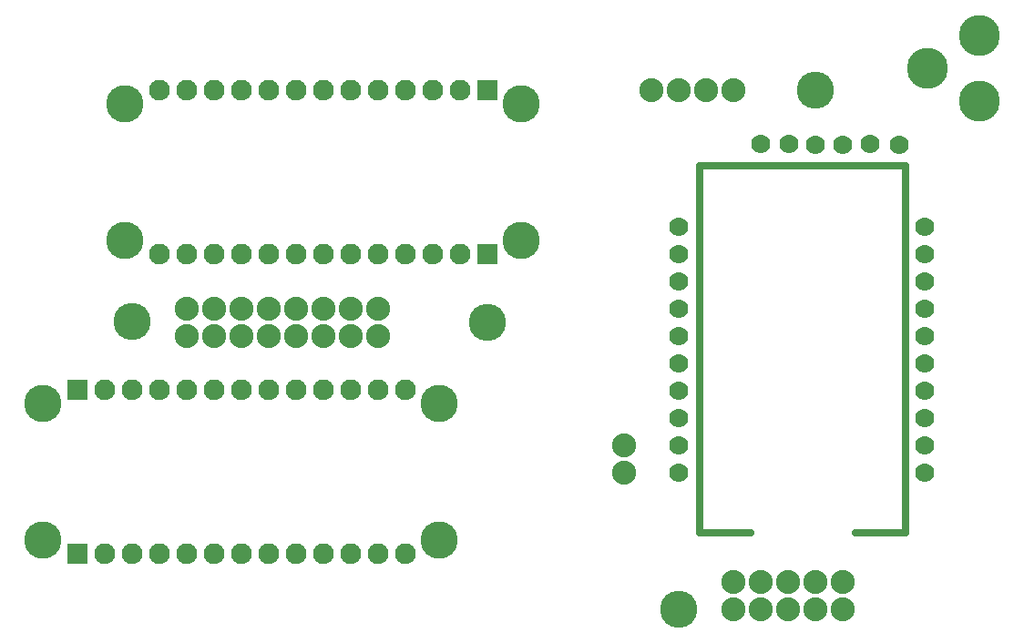
<source format=gts>
G04 MADE WITH FRITZING*
G04 WWW.FRITZING.ORG*
G04 DOUBLE SIDED*
G04 HOLES PLATED*
G04 CONTOUR ON CENTER OF CONTOUR VECTOR*
%ASAXBY*%
%FSLAX23Y23*%
%MOIN*%
%OFA0B0*%
%SFA1.0B1.0*%
%ADD10C,0.135984*%
%ADD11C,0.076000*%
%ADD12C,0.136614*%
%ADD13C,0.088000*%
%ADD14C,0.150000*%
%ADD15C,0.070000*%
%ADD16C,0.043222*%
%ADD17R,0.076000X0.076000*%
%ADD18C,0.025436*%
%ADD19R,0.001000X0.001000*%
%LNMASK1*%
G90*
G70*
G54D10*
X3071Y2272D03*
X571Y1423D03*
X1871Y1422D03*
X2571Y372D03*
G54D11*
X1871Y1672D03*
X1771Y1672D03*
X1671Y1672D03*
X1571Y1672D03*
G54D12*
X1996Y1722D03*
G54D11*
X1471Y1672D03*
X1371Y1672D03*
X1271Y1672D03*
X1171Y1672D03*
X1071Y1672D03*
X971Y1672D03*
X871Y1672D03*
X771Y1672D03*
X671Y1672D03*
G54D12*
X546Y1722D03*
G54D11*
X1871Y2272D03*
X1771Y2272D03*
X1671Y2272D03*
X1571Y2272D03*
X1471Y2272D03*
X1371Y2272D03*
X1271Y2272D03*
X1171Y2272D03*
X1071Y2272D03*
X971Y2272D03*
X871Y2272D03*
X771Y2272D03*
X671Y2272D03*
G54D12*
X546Y2222D03*
X1996Y2222D03*
G54D11*
X371Y1174D03*
X471Y1174D03*
X571Y1174D03*
X671Y1174D03*
G54D12*
X246Y1124D03*
G54D11*
X771Y1174D03*
X871Y1174D03*
X971Y1174D03*
X1071Y1174D03*
X1171Y1174D03*
X1271Y1174D03*
X1371Y1174D03*
X1471Y1174D03*
X1571Y1174D03*
G54D12*
X1696Y1124D03*
G54D11*
X371Y574D03*
X471Y574D03*
X571Y574D03*
X671Y574D03*
X771Y574D03*
X871Y574D03*
X971Y574D03*
X1071Y574D03*
X1171Y574D03*
X1271Y574D03*
X1371Y574D03*
X1471Y574D03*
X1571Y574D03*
G54D12*
X1696Y624D03*
X246Y624D03*
G54D13*
X2771Y2272D03*
X2671Y2272D03*
X2571Y2272D03*
X2471Y2272D03*
X3171Y472D03*
X3071Y472D03*
X2971Y472D03*
X2871Y472D03*
X2771Y472D03*
X3171Y472D03*
X3071Y472D03*
X2971Y472D03*
X2871Y472D03*
X2771Y472D03*
X2771Y372D03*
X2871Y372D03*
X2971Y372D03*
X3071Y372D03*
X3171Y372D03*
X771Y1372D03*
X871Y1372D03*
X971Y1372D03*
X1071Y1372D03*
X1171Y1372D03*
X1271Y1372D03*
X1371Y1372D03*
X1471Y1372D03*
X771Y1372D03*
X871Y1372D03*
X971Y1372D03*
X1071Y1372D03*
X1171Y1372D03*
X1271Y1372D03*
X1371Y1372D03*
X1471Y1372D03*
X1471Y1472D03*
X1371Y1472D03*
X1271Y1472D03*
X1171Y1472D03*
X1071Y1472D03*
X971Y1472D03*
X871Y1472D03*
X771Y1472D03*
X2371Y872D03*
X2371Y972D03*
G54D14*
X3671Y2232D03*
X3671Y2472D03*
X3481Y2352D03*
G54D15*
X2571Y872D03*
X2571Y972D03*
X2572Y1072D03*
X2572Y1172D03*
X2571Y1272D03*
X2571Y1372D03*
X2571Y1472D03*
X2571Y1572D03*
X2571Y1672D03*
X2571Y1772D03*
X3471Y872D03*
X3471Y972D03*
X3471Y1072D03*
X3471Y1172D03*
X3471Y1272D03*
X3471Y1372D03*
X3471Y1472D03*
X3471Y1572D03*
X3471Y1672D03*
X3471Y1772D03*
X2871Y2073D03*
X3071Y2072D03*
X3171Y2072D03*
X3271Y2073D03*
G54D16*
X2974Y2073D03*
G54D15*
X2974Y2073D03*
G54D16*
X3380Y2072D03*
G54D15*
X3380Y2072D03*
G54D17*
X1871Y1672D03*
X1871Y2272D03*
X371Y1174D03*
X371Y574D03*
G54D18*
X3402Y651D02*
X3402Y1993D01*
D02*
X3402Y1993D02*
X2650Y1993D01*
D02*
X2650Y1993D02*
X2650Y651D01*
D02*
X3402Y651D02*
X3217Y651D01*
D02*
X2836Y651D02*
X2650Y651D01*
G54D19*
D02*
G04 End of Mask1*
M02*
</source>
